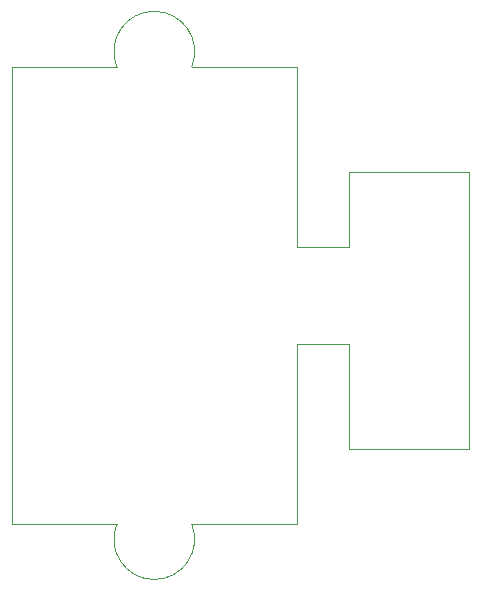
<source format=gm1>
G04 #@! TF.GenerationSoftware,KiCad,Pcbnew,(5.1.9)-1*
G04 #@! TF.CreationDate,2021-06-03T21:06:58+02:00*
G04 #@! TF.ProjectId,HABakuk_v1.0,48414261-6b75-46b5-9f76-312e302e6b69,1.0*
G04 #@! TF.SameCoordinates,Original*
G04 #@! TF.FileFunction,Profile,NP*
%FSLAX46Y46*%
G04 Gerber Fmt 4.6, Leading zero omitted, Abs format (unit mm)*
G04 Created by KiCad (PCBNEW (5.1.9)-1) date 2021-06-03 21:06:58*
%MOMM*%
%LPD*%
G01*
G04 APERTURE LIST*
G04 #@! TA.AperFunction,Profile*
%ADD10C,0.050000*%
G04 #@! TD*
G04 APERTURE END LIST*
D10*
X112395000Y-122555000D02*
X112395001Y-83820001D01*
X136525000Y-122555000D02*
X136525000Y-107315000D01*
X136525000Y-99060000D02*
X136525000Y-83820000D01*
X121285002Y-83820001D02*
G75*
G02*
X127634999Y-83820000I3174998J1270000D01*
G01*
X127634998Y-122555000D02*
G75*
G02*
X121285001Y-122555001I-3174998J-1270000D01*
G01*
X121285000Y-122555000D02*
X112395000Y-122555000D01*
X136525000Y-122555000D02*
X127635000Y-122555000D01*
X140970000Y-107315000D02*
X136525000Y-107315000D01*
X140970000Y-116205000D02*
X140970000Y-107315000D01*
X151130000Y-116205000D02*
X140970000Y-116205000D01*
X151130000Y-92710000D02*
X151130000Y-116205000D01*
X140970000Y-92710000D02*
X151130000Y-92710000D01*
X140970000Y-99060000D02*
X140970000Y-92710000D01*
X136525000Y-99060000D02*
X140970000Y-99060000D01*
X127635000Y-83820000D02*
X136525000Y-83820000D01*
X112395001Y-83820001D02*
X121285001Y-83820001D01*
M02*

</source>
